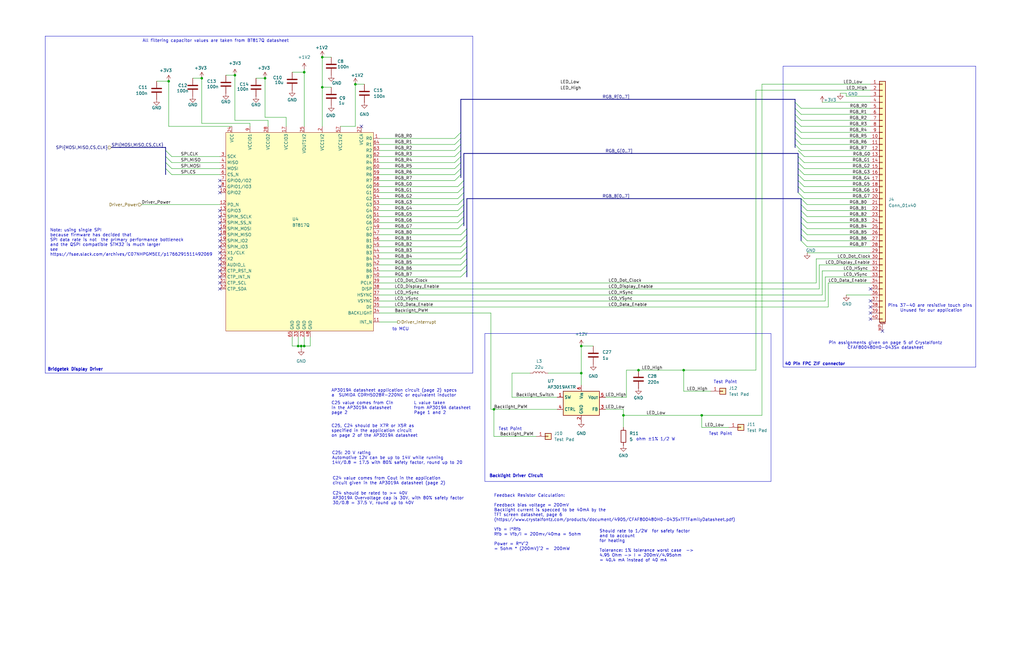
<source format=kicad_sch>
(kicad_sch (version 20250114) (generator "eeschema") (generator_version "9.0")
  (paper "B")
  (title_block (title "Steering Wheel Board") (date "2026-01-22") (rev "1.0") (company "Formula Slug") (comment 1 "Nova Mondal") (comment 2 "Jesse Osteen, Brian Acosta") (comment 6 "Display Interface"))
  (lib_symbols
    (symbol "Connector_Generic:Conn_01x01" (pin_names (offset 1.016) (hide yes))
      (property "Reference" "J" (at 0 2.54 0))
      (property "Value" "Conn_01x01" (at 0 -2.54 0))
      (symbol "Conn_01x01_1_1"
        (rectangle (start -1.27 1.27) (end 1.27 -1.27) (stroke (width 0.254)) (fill (type background)))
        (rectangle (start -1.27 0.127) (end 0 -0.127) (stroke (width 0.1524)))
        (pin passive line (at -5.08 0 0) (length 3.81) (name "Pin_1") (number "1"))
      )
    )
    (symbol "Connector_Generic_MountingPin:Conn_01x40_MountingPin" (pin_names (offset 1.016) (hide yes))
      (property "Reference" "J" (at 0 50.8 0))
      (property "Value" "Conn_01x40_MountingPin" (at 1.27 -53.34 0))
      (symbol "Conn_01x40_MountingPin_1_1"
        (rectangle (start -1.27 49.53) (end 1.27 -52.07) (stroke (width 0.254)) (fill (type background)))
        (rectangle (start -1.27 48.387) (end 0 48.133) (stroke (width 0.1524)))
        (rectangle (start -1.27 45.847) (end 0 45.593) (stroke (width 0.1524)))
        (rectangle (start -1.27 43.307) (end 0 43.053) (stroke (width 0.1524)))
        (rectangle (start -1.27 40.767) (end 0 40.513) (stroke (width 0.1524)))
        (rectangle (start -1.27 38.227) (end 0 37.973) (stroke (width 0.1524)))
        (rectangle (start -1.27 35.687) (end 0 35.433) (stroke (width 0.1524)))
        (rectangle (start -1.27 33.147) (end 0 32.893) (stroke (width 0.1524)))
        (rectangle (start -1.27 30.607) (end 0 30.353) (stroke (width 0.1524)))
        (rectangle (start -1.27 28.067) (end 0 27.813) (stroke (width 0.1524)))
        (rectangle (start -1.27 25.527) (end 0 25.273) (stroke (width 0.1524)))
        (rectangle (start -1.27 22.987) (end 0 22.733) (stroke (width 0.1524)))
        (rectangle (start -1.27 20.447) (end 0 20.193) (stroke (width 0.1524)))
        (rectangle (start -1.27 17.907) (end 0 17.653) (stroke (width 0.1524)))
        (rectangle (start -1.27 15.367) (end 0 15.113) (stroke (width 0.1524)))
        (rectangle (start -1.27 12.827) (end 0 12.573) (stroke (width 0.1524)))
        (rectangle (start -1.27 10.287) (end 0 10.033) (stroke (width 0.1524)))
        (rectangle (start -1.27 7.747) (end 0 7.493) (stroke (width 0.1524)))
        (rectangle (start -1.27 5.207) (end 0 4.953) (stroke (width 0.1524)))
        (rectangle (start -1.27 2.667) (end 0 2.413) (stroke (width 0.1524)))
        (rectangle (start -1.27 0.127) (end 0 -0.127) (stroke (width 0.1524)))
        (rectangle (start -1.27 -2.413) (end 0 -2.667) (stroke (width 0.1524)))
        (rectangle (start -1.27 -4.953) (end 0 -5.207) (stroke (width 0.1524)))
        (rectangle (start -1.27 -7.493) (end 0 -7.747) (stroke (width 0.1524)))
        (rectangle (start -1.27 -10.033) (end 0 -10.287) (stroke (width 0.1524)))
        (rectangle (start -1.27 -12.573) (end 0 -12.827) (stroke (width 0.1524)))
        (rectangle (start -1.27 -15.113) (end 0 -15.367) (stroke (width 0.1524)))
        (rectangle (start -1.27 -17.653) (end 0 -17.907) (stroke (width 0.1524)))
        (rectangle (start -1.27 -20.193) (end 0 -20.447) (stroke (width 0.1524)))
        (rectangle (start -1.27 -22.733) (end 0 -22.987) (stroke (width 0.1524)))
        (rectangle (start -1.27 -25.273) (end 0 -25.527) (stroke (width 0.1524)))
        (rectangle (start -1.27 -27.813) (end 0 -28.067) (stroke (width 0.1524)))
        (rectangle (start -1.27 -30.353) (end 0 -30.607) (stroke (width 0.1524)))
        (rectangle (start -1.27 -32.893) (end 0 -33.147) (stroke (width 0.1524)))
        (rectangle (start -1.27 -35.433) (end 0 -35.687) (stroke (width 0.1524)))
        (rectangle (start -1.27 -37.973) (end 0 -38.227) (stroke (width 0.1524)))
        (rectangle (start -1.27 -40.513) (end 0 -40.767) (stroke (width 0.1524)))
        (rectangle (start -1.27 -43.053) (end 0 -43.307) (stroke (width 0.1524)))
        (rectangle (start -1.27 -45.593) (end 0 -45.847) (stroke (width 0.1524)))
        (rectangle (start -1.27 -48.133) (end 0 -48.387) (stroke (width 0.1524)))
        (rectangle (start -1.27 -50.673) (end 0 -50.927) (stroke (width 0.1524)))
        (polyline (pts (xy -1.016 -52.832) (xy 1.016 -52.832)) (stroke (width 0.1524)))
        (text "Mounting" (at 0 -52.451 0) (effects (font (size 0.381 0.381))))
        (pin passive line (at -5.08 48.26 0) (length 3.81) (name "Pin_1") (number "1"))
        (pin passive line (at -5.08 45.72 0) (length 3.81) (name "Pin_2") (number "2"))
        (pin passive line (at -5.08 43.18 0) (length 3.81) (name "Pin_3") (number "3"))
        (pin passive line (at -5.08 40.64 0) (length 3.81) (name "Pin_4") (number "4"))
        (pin passive line (at -5.08 38.1 0) (length 3.81) (name "Pin_5") (number "5"))
        (pin passive line (at -5.08 35.56 0) (length 3.81) (name "Pin_6") (number "6"))
        (pin passive line (at -5.08 33.02 0) (length 3.81) (name "Pin_7") (number "7"))
        (pin passive line (at -5.08 30.48 0) (length 3.81) (name "Pin_8") (number "8"))
        (pin passive line (at -5.08 27.94 0) (length 3.81) (name "Pin_9") (number "9"))
        (pin passive line (at -5.08 25.4 0) (length 3.81) (name "Pin_10") (number "10"))
        (pin passive line (at -5.08 22.86 0) (length 3.81) (name "Pin_11") (number "11"))
        (pin passive line (at -5.08 20.32 0) (length 3.81) (name "Pin_12") (number "12"))
        (pin passive line (at -5.08 17.78 0) (length 3.81) (name "Pin_13") (number "13"))
        (pin passive line (at -5.08 15.24 0) (length 3.81) (name "Pin_14") (number "14"))
        (pin passive line (at -5.08 12.7 0) (length 3.81) (name "Pin_15") (number "15"))
        (pin passive line (at -5.08 10.16 0) (length 3.81) (name "Pin_16") (number "16"))
        (pin passive line (at -5.08 7.62 0) (length 3.81) (name "Pin_17") (number "17"))
        (pin passive line (at -5.08 5.08 0) (length 3.81) (name "Pin_18") (number "18"))
        (pin passive line (at -5.08 2.54 0) (length 3.81) (name "Pin_19") (number "19"))
        (pin passive line (at -5.08 0 0) (length 3.81) (name "Pin_20") (number "20"))
        (pin passive line (at -5.08 -2.54 0) (length 3.81) (name "Pin_21") (number "21"))
        (pin passive line (at -5.08 -5.08 0) (length 3.81) (name "Pin_22") (number "22"))
        (pin passive line (at -5.08 -7.62 0) (length 3.81) (name "Pin_23") (number "23"))
        (pin passive line (at -5.08 -10.16 0) (length 3.81) (name "Pin_24") (number "24"))
        (pin passive line (at -5.08 -12.7 0) (length 3.81) (name "Pin_25") (number "25"))
        (pin passive line (at -5.08 -15.24 0) (length 3.81) (name "Pin_26") (number "26"))
        (pin passive line (at -5.08 -17.78 0) (length 3.81) (name "Pin_27") (number "27"))
        (pin passive line (at -5.08 -20.32 0) (length 3.81) (name "Pin_28") (number "28"))
        (pin passive line (at -5.08 -22.86 0) (length 3.81) (name "Pin_29") (number "29"))
        (pin passive line (at -5.08 -25.4 0) (length 3.81) (name "Pin_30") (number "30"))
        (pin passive line (at -5.08 -27.94 0) (length 3.81) (name "Pin_31") (number "31"))
        (pin passive line (at -5.08 -30.48 0) (length 3.81) (name "Pin_32") (number "32"))
        (pin passive line (at -5.08 -33.02 0) (length 3.81) (name "Pin_33") (number "33"))
        (pin passive line (at -5.08 -35.56 0) (length 3.81) (name "Pin_34") (number "34"))
        (pin passive line (at -5.08 -38.1 0) (length 3.81) (name "Pin_35") (number "35"))
        (pin passive line (at -5.08 -40.64 0) (length 3.81) (name "Pin_36") (number "36"))
        (pin passive line (at -5.08 -43.18 0) (length 3.81) (name "Pin_37") (number "37"))
        (pin passive line (at -5.08 -45.72 0) (length 3.81) (name "Pin_38") (number "38"))
        (pin passive line (at -5.08 -48.26 0) (length 3.81) (name "Pin_39") (number "39"))
        (pin passive line (at -5.08 -50.8 0) (length 3.81) (name "Pin_40") (number "40"))
        (pin passive line (at 0 -55.88 90) (length 3.048) (name "MountPin") (number "MP"))
      )
    )
    (symbol "Device:C" (pin_numbers (hide yes)) (pin_names (offset 0.254))
      (property "Reference" "C" (at 0.635 2.54 0))
      (property "Value" "C" (at 0.635 -2.54 0))
      (symbol "C_0_1"
        (polyline (pts (xy -2.032 0.762) (xy 2.032 0.762)) (stroke (width 0.508)))
        (polyline (pts (xy -2.032 -0.762) (xy 2.032 -0.762)) (stroke (width 0.508)))
      )
      (symbol "C_1_1"
        (pin passive line (at 0 3.81 270) (length 2.794) (name "~") (number "1"))
        (pin passive line (at 0 -3.81 90) (length 2.794) (name "~") (number "2"))
      )
    )
    (symbol "Device:L" (pin_numbers (hide yes)) (pin_names (offset 1.016) (hide yes))
      (property "Reference" "L" (at -1.27 0 90))
      (property "Value" "L" (at 1.905 0 90))
      (symbol "L_0_1"
        (arc (start 0 2.54) (mid 0.6323 1.905) (end 0 1.27))
        (arc (start 0 1.27) (mid 0.6323 0.635) (end 0 0))
        (arc (start 0 0) (mid 0.6323 -0.635) (end 0 -1.27))
        (arc (start 0 -1.27) (mid 0.6323 -1.905) (end 0 -2.54))
      )
      (symbol "L_1_1"
        (pin passive line (at 0 3.81 270) (length 1.27) (name "1") (number "1"))
        (pin passive line (at 0 -3.81 90) (length 1.27) (name "2") (number "2"))
      )
    )
    (symbol "Device:R" (pin_numbers (hide yes)) (pin_names (offset 0))
      (property "Reference" "R" (at 2.032 0 90))
      (property "Value" "R" (at 0 0 90))
      (symbol "R_0_1"
        (rectangle (start -1.016 -2.54) (end 1.016 2.54) (stroke (width 0.254)))
      )
      (symbol "R_1_1"
        (pin passive line (at 0 3.81 270) (length 1.27) (name "~") (number "1"))
        (pin passive line (at 0 -3.81 90) (length 1.27) (name "~") (number "2"))
      )
    )
    (symbol "Driver_LED:AP3019AKTR"
      (property "Reference" "U" (at -7.62 6.35 0))
      (property "Value" "AP3019AKTR" (at 1.27 6.35 0))
      (symbol "AP3019AKTR_0_1"
        (rectangle (start -7.62 5.08) (end 7.62 -5.08) (stroke (width 0.254)) (fill (type background)))
      )
      (symbol "AP3019AKTR_1_1"
        (pin input line (at -10.16 2.54 0) (length 2.54) (name "SW") (number "1"))
        (pin input line (at -10.16 -2.54 0) (length 2.54) (name "CTRL") (number "4"))
        (pin power_in line (at 0 7.62 270) (length 2.54) (name "V_{IN}") (number "6"))
        (pin power_in line (at 0 -7.62 90) (length 2.54) (name "GND") (number "2"))
        (pin power_out line (at 10.16 2.54 180) (length 2.54) (name "V_{OUT}") (number "5"))
        (pin input line (at 10.16 -2.54 180) (length 2.54) (name "FB") (number "3"))
      )
    )
    (symbol "FS_4_Global_Symbol_Library:BT817Q"
      (property "Reference" "U" (at 7.366 3.048 0))
      (symbol "BT817Q_1_1"
        (rectangle (start 0 0) (end 62.23 -83.82) (fill (type background)))
        (pin input line (at -2.54 -10.16 0) (length 2.54) (name "SCK") (number "3"))
        (pin input line (at -2.54 -12.7 0) (length 2.54) (name "MISO") (number "4"))
        (pin input line (at -2.54 -15.24 0) (length 2.54) (name "MOSI") (number "5"))
        (pin input line (at -2.54 -17.78 0) (length 2.54) (name "CS_N") (number "6"))
        (pin input line (at -2.54 -20.32 0) (length 2.54) (name "GPIO0/IO2") (number "7"))
        (pin input line (at -2.54 -22.86 0) (length 2.54) (name "GPIO1/IO3") (number "8"))
        (pin input line (at -2.54 -25.4 0) (length 2.54) (name "GPIO2") (number "10"))
        (pin input line (at -2.54 -30.48 0) (length 2.54) (name "PD_N") (number "12"))
        (pin input line (at -2.54 -33.02 0) (length 2.54) (name "GPIO3") (number "13"))
        (pin input line (at -2.54 -35.56 0) (length 2.54) (name "SPIM_SCLK") (number "14"))
        (pin input line (at -2.54 -38.1 0) (length 2.54) (name "SPIM_SS_N") (number "15"))
        (pin input line (at -2.54 -40.64 0) (length 2.54) (name "SPIM_MOSI") (number "16"))
        (pin input line (at -2.54 -43.18 0) (length 2.54) (name "SPIM_MISO") (number "18"))
        (pin input line (at -2.54 -45.72 0) (length 2.54) (name "SPIM_IO2") (number "19"))
        (pin input line (at -2.54 -48.26 0) (length 2.54) (name "SPIM_IO3") (number "20"))
        (pin input line (at -2.54 -50.8 0) (length 2.54) (name "X1/CLK") (number "21"))
        (pin input line (at -2.54 -53.34 0) (length 2.54) (name "X2") (number "22"))
        (pin input line (at -2.54 -55.88 0) (length 2.54) (name "AUDIO_L") (number "26"))
        (pin input line (at -2.54 -58.42 0) (length 2.54) (name "CTP_RST_N") (number "29"))
        (pin input line (at -2.54 -60.96 0) (length 2.54) (name "CTP_INT_N") (number "30"))
        (pin input line (at -2.54 -63.5 0) (length 2.54) (name "CTP_SCL") (number "31"))
        (pin input line (at -2.54 -66.04 0) (length 2.54) (name "CTP_SDA") (number "32"))
        (pin power_in line (at 2.54 2.54 270) (length 2.54) (name "VCC") (number "24"))
        (pin power_in line (at 10.16 2.54 270) (length 2.54) (name "VCCIO1") (number "9"))
        (pin power_in line (at 17.78 2.54 270) (length 2.54) (name "VCCIO2") (number "28"))
        (pin power_in line (at 25.4 2.54 270) (length 2.54) (name "VCCIO3") (number "17"))
        (pin power_in line (at 27.94 -86.36 90) (length 2.54) (name "GND") (number "65"))
        (pin power_in line (at 30.48 -86.36 90) (length 2.54) (name "GND") (number "33"))
        (pin power_out line (at 33.02 2.54 270) (length 2.54) (name "VOUT1V2") (number "25"))
        (pin power_in line (at 33.02 -86.36 90) (length 2.54) (name "GND") (number "23"))
        (pin power_in line (at 35.56 -86.36 90) (length 2.54) (name "GND") (number "48"))
        (pin power_in line (at 40.64 2.54 270) (length 2.54) (name "VCC1V2") (number "2"))
        (pin power_in line (at 48.26 2.54 270) (length 2.54) (name "VCC1V2") (number "57"))
        (pin power_in line (at 57.15 2.54 270) (length 2.54) (name "VCCA") (number "27"))
        (pin output line (at 64.77 -2.54 180) (length 2.54) (name "R0") (number "1"))
        (pin output line (at 64.77 -5.08 180) (length 2.54) (name "R1") (number "64"))
        (pin output line (at 64.77 -7.62 180) (length 2.54) (name "R2") (number "63"))
        (pin output line (at 64.77 -10.16 180) (length 2.54) (name "R3") (number "62"))
        (pin output line (at 64.77 -12.7 180) (length 2.54) (name "R4") (number "61"))
        (pin output line (at 64.77 -15.24 180) (length 2.54) (name "R5") (number "60"))
        (pin output line (at 64.77 -17.78 180) (length 2.54) (name "R6") (number "59"))
        (pin output line (at 64.77 -20.32 180) (length 2.54) (name "R7") (number "58"))
        (pin output line (at 64.77 -22.86 180) (length 2.54) (name "G0") (number "56"))
        (pin output line (at 64.77 -25.4 180) (length 2.54) (name "G1") (number "55"))
        (pin output line (at 64.77 -27.94 180) (length 2.54) (name "G2") (number "54"))
        (pin output line (at 64.77 -30.48 180) (length 2.54) (name "G3") (number "53"))
        (pin output line (at 64.77 -33.02 180) (length 2.54) (name "G4") (number "52"))
        (pin output line (at 64.77 -35.56 180) (length 2.54) (name "G5") (number "51"))
        (pin output line (at 64.77 -38.1 180) (length 2.54) (name "G6") (number "50"))
        (pin output line (at 64.77 -40.64 180) (length 2.54) (name "G7") (number "49"))
        (pin output line (at 64.77 -43.18 180) (length 2.54) (name "B0") (number "47"))
        (pin output line (at 64.77 -45.72 180) (length 2.54) (name "B1") (number "46"))
        (pin output line (at 64.77 -48.26 180) (length 2.54) (name "B2") (number "45"))
        (pin output line (at 64.77 -50.8 180) (length 2.54) (name "B3") (number "44"))
        (pin output line (at 64.77 -53.34 180) (length 2.54) (name "B4") (number "43"))
        (pin output line (at 64.77 -55.88 180) (length 2.54) (name "B5") (number "42"))
        (pin output line (at 64.77 -58.42 180) (length 2.54) (name "B6") (number "41"))
        (pin output line (at 64.77 -60.96 180) (length 2.54) (name "B7") (number "40"))
        (pin output line (at 64.77 -63.5 180) (length 2.54) (name "PCLK") (number "39"))
        (pin output line (at 64.77 -66.04 180) (length 2.54) (name "DISP") (number "38"))
        (pin output line (at 64.77 -68.58 180) (length 2.54) (name "HSYNC") (number "37"))
        (pin output line (at 64.77 -71.12 180) (length 2.54) (name "VSYNC") (number "36"))
        (pin output line (at 64.77 -73.66 180) (length 2.54) (name "DE") (number "35"))
        (pin output line (at 64.77 -76.2 180) (length 2.54) (name "BACKLIGHT") (number "34"))
        (pin output line (at 64.77 -80.01 180) (length 2.54) (name "INT_N") (number "11"))
      )
    )
    (symbol "power:+12V" (power) (pin_numbers (hide yes)) (pin_names (offset 0) (hide yes))
      (property "Value" "+12V" (at 0 3.556 0))
      (symbol "+12V_0_1"
        (polyline (pts (xy -0.762 1.27) (xy 0 2.54)))
        (polyline (pts (xy 0 2.54) (xy 0.762 1.27)))
        (polyline (pts (xy 0 0) (xy 0 2.54)))
      )
      (symbol "+12V_1_1"
        (pin power_in line (at 0 0 90) (length 0) (name "~") (number "1"))
      )
    )
    (symbol "power:+1V2" (power) (pin_numbers (hide yes)) (pin_names (offset 0) (hide yes))
      (property "Value" "+1V2" (at 0 3.556 0))
      (symbol "+1V2_0_1"
        (polyline (pts (xy -0.762 1.27) (xy 0 2.54)))
        (polyline (pts (xy 0 2.54) (xy 0.762 1.27)))
        (polyline (pts (xy 0 0) (xy 0 2.54)))
      )
      (symbol "+1V2_1_1"
        (pin power_in line (at 0 0 90) (length 0) (name "~") (number "1"))
      )
    )
    (symbol "power:+3V3" (power) (pin_numbers (hide yes)) (pin_names (offset 0) (hide yes))
      (property "Value" "+3V3" (at 0 3.556 0))
      (symbol "+3V3_0_1"
        (polyline (pts (xy -0.762 1.27) (xy 0 2.54)))
        (polyline (pts (xy 0 2.54) (xy 0.762 1.27)))
        (polyline (pts (xy 0 0) (xy 0 2.54)))
      )
      (symbol "+3V3_1_1"
        (pin power_in line (at 0 0 90) (length 0) (name "~") (number "1"))
      )
    )
    (symbol "power:GND" (power) (pin_numbers (hide yes)) (pin_names (offset 0) (hide yes))
      (property "Value" "GND" (at 0 -3.81 0))
      (symbol "GND_0_1"
        (polyline (pts (xy 0 0) (xy 0 -1.27) (xy 1.27 -1.27) (xy 0 -2.54) (xy -1.27 -1.27) (xy 0 -1.27)))
      )
      (symbol "GND_1_1"
        (pin power_in line (at 0 0 270) (length 0) (name "~") (number "1"))
      )
    )
  )
  (rectangle (start 19.05 15.24) (end 199.39 157.48))
  (rectangle (start 330.2 27.94) (end 411.48 154.94))
  (rectangle (start 204.47 140.716) (end 325.12 203.2))
  (text "All filtering capacitor values are taken from BT817Q datasheet" (at 90.932 17.272 0) (effects (font (size 1.27 1.27))))
  (text "ohm ±1% 1/2 W" (at 268.224 185.42 0) (effects (font (size 1.27 1.27)) (justify left)))
  (text "C25 value comes from Cin\nin the AP3019A datasheet\npage 2" (at 139.7 172.212 0) (effects (font (size 1.27 1.27)) (justify left)))
  (text "C25, C24 should be X7R or X5R as\nspecified in the application circuit\non page 2 of the AP3019A datasheet\n" (at 139.7 181.864 0) (effects (font (size 1.27 1.27)) (justify left)))
  (text "Test Point\n" (at 303.784 183.134 0) (effects (font (size 1.27 1.27) (thickness 0.1588))))
  (text "Pins 37-40 are resistive touch pins \nUnused for our application" (at 392.684 130.048 0) (effects (font (size 1.27 1.27))))
  (text "AP3019A datasheet application circuit (page 2) specs\na  SUMIDA CDRH5D28R-220NC or equivalent inductor" (at 139.7 165.862 0) (effects (font (size 1.27 1.27)) (justify left)))
  (text "C25: 20 V rating\nAutomotive 12V can be up to 14V while running \n14V/0.8 = 17.5 with 80% safety factor, round up to 20" (at 139.954 193.294 0) (effects (font (size 1.27 1.27)) (justify left)))
  (text "Bridgetek Display Driver" (at 31.75 155.956 0) (effects (font (size 1.27 1.27) (thickness 0.254) (bold yes))))
  (text "to MCU" (at 168.91 138.938 0) (effects (font (size 1.27 1.27) (thickness 0.1588))))
  (text "Backlight Driver Circuit" (at 217.678 200.914 0) (effects (font (size 1.27 1.27) (thickness 0.254) (bold yes))))
  (text "C24 should be rated to >= 40V\nAP3019A Overvoltage cap is 30V, with 80% safety factor \n30/0.8 = 37.5 V, round up to 40V" (at 140.208 210.312 0) (effects (font (size 1.27 1.27)) (justify left)))
  (text "Should rate to 1/2W  for safety factor \nand to account\nfor heating\n\nTolerance: 1% tolerance worst case  -> \n4.95 Ohm -> I = 200mV/4.95ohm \n= 40.4 mA instead of 40 mA" (at 252.73 230.378 0) (effects (font (size 1.27 1.27) (thickness 0.1588)) (justify left)))
  (text "Test Point\n" (at 305.816 161.29 0) (effects (font (size 1.27 1.27) (thickness 0.1588))))
  (text "Note: using single SPI\nbecause firmware has decided that \nSPI data rate is not  the primary performance bottleneck\nand the QSPI compatible STM32 is much larger\nsee \nhttps://fsae.slack.com/archives/C07NHPGM5EE/p1766291511492069 " (at 21.082 102.362 0) (effects (font (size 1.27 1.27)) (justify left)))
  (text "Feedback Resistor Calculation:\n\nFeedback bias voltage = 200mV\nBacklight current is specced to be 40mA by the \nTFT screen datasheet, page 6\n(https://www.crystalfontz.com/products/document/4905/CFAF800480H0-043SxTFTFamilyDatasheet.pdf)\n\nVfb = I*Rfb\nRfb = Vfb/I = 200mv/40ma = 5ohm\n\nPower = R*V^2\n= 5ohm * (200mV)^2 =  200mW\n\n" (at 208.28 221.488 0) (effects (font (size 1.27 1.27)) (justify left)))
  (text "Pin assignments given on page 5 of Crystalfontz\nCFAF800480H0-043Sx datasheet" (at 373.38 145.796 0) (effects (font (size 1.27 1.27))))
  (text "C24 value comes from Cout in the application \ncircuit given in the AP3019A datasheet (page 2)" (at 140.208 202.946 0) (effects (font (size 1.27 1.27)) (justify left)))
  (text "Test Point" (at 215.138 181.102 0) (effects (font (size 1.27 1.27))))
  (text "40 Pin FPC ZIF connector\n" (at 343.662 153.67 0) (effects (font (size 1.27 1.27) (thickness 0.254) (bold yes))))
  (text "L value taken \nfrom AP3019A datasheet\nPage 1 and 2" (at 174.498 172.212 0) (effects (font (size 1.27 1.27)) (justify left)))
  (junction (at 111.76 33.02))
  (junction (at 125.73 146.05))
  (junction (at 295.91 175.26))
  (junction (at 99.06 31.75))
  (junction (at 149.86 35.56))
  (junction (at 269.24 156.21))
  (junction (at 245.11 146.05))
  (junction (at 71.12 34.29))
  (junction (at 208.28 172.72))
  (junction (at 85.09 33.02))
  (junction (at 135.89 24.13))
  (junction (at 128.27 30.48))
  (junction (at 262.89 175.26))
  (junction (at 128.27 146.05))
  (junction (at 135.89 36.83))
  (junction (at 127 146.05))
  (junction (at 288.29 156.21))
  (junction (at 245.11 157.48))
  (no_connect (at 92.71 81.28))
  (no_connect (at 92.71 121.92))
  (no_connect (at 92.71 111.76))
  (no_connect (at 92.71 101.6))
  (no_connect (at 92.71 104.14))
  (no_connect (at 92.71 93.98))
  (no_connect (at 367.03 127))
  (no_connect (at 92.71 88.9))
  (no_connect (at 367.03 121.92))
  (no_connect (at 92.71 114.3))
  (no_connect (at 92.71 106.68))
  (no_connect (at 367.03 129.54))
  (no_connect (at 92.71 96.52))
  (no_connect (at 367.03 132.08))
  (no_connect (at 92.71 91.44))
  (no_connect (at 372.11 139.7))
  (no_connect (at 152.4 53.34))
  (no_connect (at 92.71 116.84))
  (no_connect (at 92.71 78.74))
  (no_connect (at 92.71 99.06))
  (no_connect (at 367.03 134.62))
  (no_connect (at 92.71 109.22))
  (no_connect (at 92.71 76.2))
  (no_connect (at 92.71 119.38))
  (bus_entry (at 195.58 88.9) (size -2.54 2.54))
  (bus_entry (at 336.55 78.74) (size 2.54 2.54))
  (bus_entry (at 335.28 60.96) (size 2.54 2.54))
  (bus_entry (at 194.31 66.04) (size -2.54 2.54))
  (bus_entry (at 336.55 63.5) (size 2.54 2.54))
  (bus_entry (at 337.82 86.36) (size 2.54 2.54))
  (bus_entry (at 195.58 78.74) (size -2.54 2.54))
  (bus_entry (at 335.28 45.72) (size 2.54 2.54))
  (bus_entry (at 196.85 101.6) (size -2.54 2.54))
  (bus_entry (at 337.82 88.9) (size 2.54 2.54))
  (bus_entry (at 196.85 111.76) (size -2.54 2.54))
  (bus_entry (at 336.55 71.12) (size 2.54 2.54))
  (bus_entry (at 196.85 109.22) (size -2.54 2.54))
  (bus_entry (at 196.85 99.06) (size -2.54 2.54))
  (bus_entry (at 194.31 63.5) (size -2.54 2.54))
  (bus_entry (at 69.85 71.12) (size 2.54 2.54))
  (bus_entry (at 335.28 53.34) (size 2.54 2.54))
  (bus_entry (at 336.55 76.2) (size 2.54 2.54))
  (bus_entry (at 336.55 81.28) (size 2.54 2.54))
  (bus_entry (at 69.85 66.04) (size 2.54 2.54))
  (bus_entry (at 195.58 76.2) (size -2.54 2.54))
  (bus_entry (at 196.85 114.3) (size -2.54 2.54))
  (bus_entry (at 335.28 55.88) (size 2.54 2.54))
  (bus_entry (at 335.28 50.8) (size 2.54 2.54))
  (bus_entry (at 337.82 93.98) (size 2.54 2.54))
  (bus_entry (at 337.82 101.6) (size 2.54 2.54))
  (bus_entry (at 194.31 60.96) (size -2.54 2.54))
  (bus_entry (at 336.55 66.04) (size 2.54 2.54))
  (bus_entry (at 336.55 68.58) (size 2.54 2.54))
  (bus_entry (at 335.28 58.42) (size 2.54 2.54))
  (bus_entry (at 69.85 63.5) (size 2.54 2.54))
  (bus_entry (at 69.85 68.58) (size 2.54 2.54))
  (bus_entry (at 337.82 99.06) (size 2.54 2.54))
  (bus_entry (at 335.28 43.18) (size 2.54 2.54))
  (bus_entry (at 195.58 81.28) (size -2.54 2.54))
  (bus_entry (at 194.31 58.42) (size -2.54 2.54))
  (bus_entry (at 337.82 91.44) (size 2.54 2.54))
  (bus_entry (at 196.85 106.68) (size -2.54 2.54))
  (bus_entry (at 337.82 96.52) (size 2.54 2.54))
  (bus_entry (at 194.31 71.12) (size -2.54 2.54))
  (bus_entry (at 335.28 48.26) (size 2.54 2.54))
  (bus_entry (at 194.31 55.88) (size -2.54 2.54))
  (bus_entry (at 194.31 73.66) (size -2.54 2.54))
  (bus_entry (at 337.82 83.82) (size 2.54 2.54))
  (bus_entry (at 196.85 104.14) (size -2.54 2.54))
  (bus_entry (at 195.58 83.82) (size -2.54 2.54))
  (bus_entry (at 195.58 91.44) (size -2.54 2.54))
  (bus_entry (at 196.85 96.52) (size -2.54 2.54))
  (bus_entry (at 195.58 93.98) (size -2.54 2.54))
  (bus_entry (at 336.55 73.66) (size 2.54 2.54))
  (bus_entry (at 195.58 86.36) (size -2.54 2.54))
  (bus_entry (at 194.31 68.58) (size -2.54 2.54))
  (wire (pts (xy 72.39 68.58) (xy 92.71 68.58)))
  (wire (pts (xy 354.33 39.37) (xy 356.87 39.37)))
  (bus (pts (xy 336.55 73.66) (xy 336.55 76.2)))
  (wire (pts (xy 135.89 36.83) (xy 135.89 53.34)))
  (wire (pts (xy 339.09 76.2) (xy 367.03 76.2)))
  (wire (pts (xy 340.36 96.52) (xy 367.03 96.52)))
  (wire (pts (xy 160.02 73.66) (xy 191.77 73.66)))
  (wire (pts (xy 340.36 93.98) (xy 367.03 93.98)))
  (wire (pts (xy 344.17 119.38) (xy 344.17 109.22)))
  (bus (pts (xy 336.55 78.74) (xy 336.55 81.28)))
  (wire (pts (xy 318.77 156.21) (xy 318.77 38.1)))
  (wire (pts (xy 66.04 34.29) (xy 71.12 34.29)))
  (bus (pts (xy 337.82 96.52) (xy 337.82 99.06)))
  (bus (pts (xy 69.85 71.12) (xy 69.85 73.66)))
  (wire (pts (xy 208.28 184.15) (xy 208.28 172.72)))
  (wire (pts (xy 340.36 91.44) (xy 367.03 91.44)))
  (bus (pts (xy 194.31 41.91) (xy 194.31 55.88)))
  (wire (pts (xy 346.71 43.18) (xy 367.03 43.18)))
  (wire (pts (xy 339.09 68.58) (xy 367.03 68.58)))
  (wire (pts (xy 264.16 156.21) (xy 264.16 167.64)))
  (bus (pts (xy 69.85 66.04) (xy 69.85 68.58)))
  (wire (pts (xy 128.27 146.05) (xy 128.27 142.24)))
  (wire (pts (xy 111.76 49.53) (xy 120.65 49.53)))
  (wire (pts (xy 215.9 167.64) (xy 234.95 167.64)))
  (wire (pts (xy 160.02 93.98) (xy 193.04 93.98)))
  (wire (pts (xy 149.86 35.56) (xy 153.67 35.56)))
  (wire (pts (xy 321.31 35.56) (xy 321.31 175.26)))
  (wire (pts (xy 349.25 119.38) (xy 367.03 119.38)))
  (wire (pts (xy 160.02 96.52) (xy 193.04 96.52)))
  (wire (pts (xy 160.02 60.96) (xy 191.77 60.96)))
  (wire (pts (xy 123.19 30.48) (xy 128.27 30.48)))
  (wire (pts (xy 215.9 157.48) (xy 215.9 167.64)))
  (wire (pts (xy 318.77 38.1) (xy 367.03 38.1)))
  (bus (pts (xy 335.28 55.88) (xy 335.28 58.42)))
  (wire (pts (xy 337.82 53.34) (xy 367.03 53.34)))
  (wire (pts (xy 123.19 146.05) (xy 125.73 146.05)))
  (wire (pts (xy 135.89 24.13) (xy 139.7 24.13)))
  (bus (pts (xy 335.28 60.96) (xy 335.28 58.42)))
  (bus (pts (xy 335.28 41.91) (xy 335.28 43.18)))
  (wire (pts (xy 340.36 86.36) (xy 367.03 86.36)))
  (bus (pts (xy 335.28 62.23) (xy 335.28 60.96)))
  (bus (pts (xy 335.28 43.18) (xy 335.28 45.72)))
  (wire (pts (xy 160.02 124.46) (xy 346.71 124.46)))
  (wire (pts (xy 356.87 39.37) (xy 356.87 40.64)))
  (wire (pts (xy 160.02 86.36) (xy 193.04 86.36)))
  (bus (pts (xy 194.31 63.5) (xy 194.31 66.04)))
  (wire (pts (xy 340.36 101.6) (xy 367.03 101.6)))
  (wire (pts (xy 160.02 127) (xy 347.98 127)))
  (wire (pts (xy 255.27 172.72) (xy 262.89 172.72)))
  (wire (pts (xy 269.24 156.21) (xy 288.29 156.21)))
  (wire (pts (xy 149.86 53.34) (xy 143.51 53.34)))
  (bus (pts (xy 196.85 83.82) (xy 337.82 83.82)))
  (bus (pts (xy 337.82 83.82) (xy 337.82 86.36)))
  (wire (pts (xy 337.82 45.72) (xy 367.03 45.72)))
  (bus (pts (xy 195.58 64.77) (xy 336.55 64.77)))
  (wire (pts (xy 208.28 184.15) (xy 226.06 184.15)))
  (bus (pts (xy 69.85 63.5) (xy 69.85 66.04)))
  (bus (pts (xy 194.31 68.58) (xy 194.31 71.12)))
  (bus (pts (xy 336.55 64.77) (xy 336.55 66.04)))
  (wire (pts (xy 337.82 63.5) (xy 367.03 63.5)))
  (wire (pts (xy 264.16 156.21) (xy 269.24 156.21)))
  (bus (pts (xy 195.58 83.82) (xy 195.58 81.28)))
  (wire (pts (xy 160.02 121.92) (xy 345.44 121.92)))
  (wire (pts (xy 85.09 52.07) (xy 105.41 52.07)))
  (bus (pts (xy 69.85 68.58) (xy 69.85 71.12)))
  (wire (pts (xy 160.02 81.28) (xy 193.04 81.28)))
  (wire (pts (xy 347.98 116.84) (xy 367.03 116.84)))
  (bus (pts (xy 195.58 95.25) (xy 195.58 93.98)))
  (wire (pts (xy 160.02 109.22) (xy 194.31 109.22)))
  (wire (pts (xy 349.25 129.54) (xy 349.25 119.38)))
  (wire (pts (xy 207.01 172.72) (xy 208.28 172.72)))
  (wire (pts (xy 347.98 127) (xy 347.98 116.84)))
  (wire (pts (xy 128.27 29.21) (xy 128.27 30.48)))
  (wire (pts (xy 337.82 50.8) (xy 367.03 50.8)))
  (wire (pts (xy 344.17 109.22) (xy 367.03 109.22)))
  (wire (pts (xy 340.36 88.9) (xy 367.03 88.9)))
  (bus (pts (xy 196.85 106.68) (xy 196.85 104.14)))
  (wire (pts (xy 128.27 146.05) (xy 130.81 146.05)))
  (wire (pts (xy 99.06 50.8) (xy 113.03 50.8)))
  (bus (pts (xy 337.82 91.44) (xy 337.82 93.98)))
  (wire (pts (xy 99.06 50.8) (xy 99.06 31.75)))
  (bus (pts (xy 337.82 99.06) (xy 337.82 101.6)))
  (wire (pts (xy 72.39 71.12) (xy 92.71 71.12)))
  (wire (pts (xy 123.19 146.05) (xy 123.19 142.24)))
  (wire (pts (xy 346.71 114.3) (xy 367.03 114.3)))
  (bus (pts (xy 195.58 88.9) (xy 195.58 86.36)))
  (wire (pts (xy 105.41 52.07) (xy 105.41 53.34)))
  (wire (pts (xy 346.71 124.46) (xy 346.71 114.3)))
  (wire (pts (xy 160.02 132.08) (xy 207.01 132.08)))
  (bus (pts (xy 195.58 93.98) (xy 195.58 91.44)))
  (wire (pts (xy 337.82 55.88) (xy 367.03 55.88)))
  (wire (pts (xy 345.44 121.92) (xy 345.44 111.76)))
  (bus (pts (xy 196.85 96.52) (xy 196.85 83.82)))
  (wire (pts (xy 160.02 101.6) (xy 194.31 101.6)))
  (bus (pts (xy 194.31 60.96) (xy 194.31 63.5)))
  (wire (pts (xy 160.02 111.76) (xy 194.31 111.76)))
  (wire (pts (xy 81.28 33.02) (xy 85.09 33.02)))
  (wire (pts (xy 208.28 172.72) (xy 234.95 172.72)))
  (wire (pts (xy 107.95 33.02) (xy 111.76 33.02)))
  (wire (pts (xy 337.82 48.26) (xy 367.03 48.26)))
  (wire (pts (xy 337.82 58.42) (xy 367.03 58.42)))
  (bus (pts (xy 336.55 66.04) (xy 336.55 68.58)))
  (wire (pts (xy 135.89 24.13) (xy 135.89 36.83)))
  (bus (pts (xy 194.31 55.88) (xy 194.31 58.42)))
  (wire (pts (xy 130.81 146.05) (xy 130.81 142.24)))
  (bus (pts (xy 196.85 109.22) (xy 196.85 106.68)))
  (bus (pts (xy 336.55 68.58) (xy 336.55 71.12)))
  (wire (pts (xy 149.86 35.56) (xy 149.86 53.34)))
  (bus (pts (xy 69.85 62.23) (xy 69.85 63.5)))
  (wire (pts (xy 160.02 104.14) (xy 194.31 104.14)))
  (wire (pts (xy 120.65 49.53) (xy 120.65 53.34)))
  (wire (pts (xy 95.25 31.75) (xy 99.06 31.75)))
  (wire (pts (xy 262.89 175.26) (xy 295.91 175.26)))
  (wire (pts (xy 160.02 58.42) (xy 191.77 58.42)))
  (wire (pts (xy 264.16 167.64) (xy 255.27 167.64)))
  (bus (pts (xy 196.85 101.6) (xy 196.85 99.06)))
  (bus (pts (xy 195.58 81.28) (xy 195.58 78.74)))
  (wire (pts (xy 245.11 157.48) (xy 245.11 162.56)))
  (bus (pts (xy 335.28 53.34) (xy 335.28 55.88)))
  (bus (pts (xy 194.31 66.04) (xy 194.31 68.58)))
  (wire (pts (xy 160.02 78.74) (xy 193.04 78.74)))
  (wire (pts (xy 340.36 104.14) (xy 367.03 104.14)))
  (wire (pts (xy 125.73 146.05) (xy 127 146.05)))
  (wire (pts (xy 339.09 66.04) (xy 367.03 66.04)))
  (bus (pts (xy 196.85 116.84) (xy 196.85 114.3)))
  (wire (pts (xy 340.36 106.68) (xy 367.03 106.68)))
  (wire (pts (xy 321.31 35.56) (xy 367.03 35.56)))
  (wire (pts (xy 339.09 73.66) (xy 367.03 73.66)))
  (wire (pts (xy 339.09 78.74) (xy 367.03 78.74)))
  (wire (pts (xy 71.12 53.34) (xy 97.79 53.34)))
  (wire (pts (xy 160.02 71.12) (xy 191.77 71.12)))
  (wire (pts (xy 356.87 124.46) (xy 367.03 124.46)))
  (wire (pts (xy 245.11 146.05) (xy 250.19 146.05)))
  (wire (pts (xy 340.36 99.06) (xy 367.03 99.06)))
  (wire (pts (xy 262.89 172.72) (xy 262.89 175.26)))
  (wire (pts (xy 111.76 33.02) (xy 111.76 49.53)))
  (wire (pts (xy 128.27 30.48) (xy 128.27 53.34)))
  (bus (pts (xy 194.31 73.66) (xy 194.31 74.93)))
  (bus (pts (xy 195.58 64.77) (xy 195.58 76.2)))
  (wire (pts (xy 160.02 83.82) (xy 193.04 83.82)))
  (wire (pts (xy 356.87 40.64) (xy 367.03 40.64)))
  (wire (pts (xy 72.39 66.04) (xy 92.71 66.04)))
  (wire (pts (xy 339.09 71.12) (xy 367.03 71.12)))
  (bus (pts (xy 195.58 91.44) (xy 195.58 88.9)))
  (bus (pts (xy 335.28 45.72) (xy 335.28 48.26)))
  (wire (pts (xy 339.09 81.28) (xy 367.03 81.28)))
  (bus (pts (xy 196.85 99.06) (xy 196.85 96.52)))
  (wire (pts (xy 160.02 119.38) (xy 344.17 119.38)))
  (wire (pts (xy 160.02 106.68) (xy 194.31 106.68)))
  (wire (pts (xy 160.02 99.06) (xy 194.31 99.06)))
  (bus (pts (xy 46.99 62.23) (xy 69.85 62.23)))
  (bus (pts (xy 336.55 76.2) (xy 336.55 78.74)))
  (bus (pts (xy 337.82 86.36) (xy 337.82 88.9)))
  (bus (pts (xy 195.58 78.74) (xy 195.58 76.2)))
  (wire (pts (xy 245.11 146.05) (xy 245.11 157.48)))
  (wire (pts (xy 337.82 60.96) (xy 367.03 60.96)))
  (bus (pts (xy 196.85 104.14) (xy 196.85 101.6)))
  (wire (pts (xy 160.02 76.2) (xy 191.77 76.2)))
  (wire (pts (xy 288.29 156.21) (xy 318.77 156.21)))
  (wire (pts (xy 127 147.32) (xy 127 146.05)))
  (wire (pts (xy 288.29 165.1) (xy 288.29 156.21)))
  (wire (pts (xy 160.02 68.58) (xy 191.77 68.58)))
  (wire (pts (xy 215.9 157.48) (xy 223.52 157.48)))
  (bus (pts (xy 195.58 86.36) (xy 195.58 83.82)))
  (wire (pts (xy 160.02 114.3) (xy 194.31 114.3)))
  (wire (pts (xy 160.02 91.44) (xy 193.04 91.44)))
  (wire (pts (xy 127 146.05) (xy 128.27 146.05)))
  (wire (pts (xy 345.44 111.76) (xy 367.03 111.76)))
  (bus (pts (xy 335.28 50.8) (xy 335.28 53.34)))
  (wire (pts (xy 125.73 146.05) (xy 125.73 142.24)))
  (wire (pts (xy 160.02 129.54) (xy 349.25 129.54)))
  (wire (pts (xy 160.02 135.89) (xy 167.64 135.89)))
  (wire (pts (xy 160.02 88.9) (xy 193.04 88.9)))
  (bus (pts (xy 336.55 71.12) (xy 336.55 73.66)))
  (wire (pts (xy 113.03 50.8) (xy 113.03 53.34)))
  (wire (pts (xy 71.12 34.29) (xy 71.12 53.34)))
  (wire (pts (xy 160.02 116.84) (xy 194.31 116.84)))
  (wire (pts (xy 262.89 175.26) (xy 262.89 180.34)))
  (bus (pts (xy 337.82 88.9) (xy 337.82 91.44)))
  (wire (pts (xy 85.09 33.02) (xy 85.09 52.07)))
  (wire (pts (xy 59.69 86.36) (xy 92.71 86.36)))
  (bus (pts (xy 335.28 48.26) (xy 335.28 50.8)))
  (bus (pts (xy 196.85 111.76) (xy 196.85 109.22)))
  (bus (pts (xy 337.82 93.98) (xy 337.82 96.52)))
  (wire (pts (xy 160.02 63.5) (xy 191.77 63.5)))
  (wire (pts (xy 288.29 165.1) (xy 299.72 165.1)))
  (bus (pts (xy 196.85 114.3) (xy 196.85 111.76)))
  (bus (pts (xy 194.31 71.12) (xy 194.31 73.66)))
  (wire (pts (xy 295.91 175.26) (xy 321.31 175.26)))
  (wire (pts (xy 295.91 180.34) (xy 307.34 180.34)))
  (wire (pts (xy 72.39 73.66) (xy 92.71 73.66)))
  (bus (pts (xy 194.31 58.42) (xy 194.31 60.96)))
  (bus (pts (xy 194.31 41.91) (xy 335.28 41.91)))
  (wire (pts (xy 135.89 36.83) (xy 139.7 36.83)))
  (wire (pts (xy 207.01 132.08) (xy 207.01 172.72)))
  (wire (pts (xy 160.02 66.04) (xy 191.77 66.04)))
  (wire (pts (xy 339.09 83.82) (xy 367.03 83.82)))
  (wire (pts (xy 295.91 180.34) (xy 295.91 175.26)))
  (wire (pts (xy 231.14 157.48) (xy 245.11 157.48)))
  (label "RGB_R2" (at 358.14 50.8 0))
  (label "RGB_G2" (at 359.41 71.12 0))
  (label "LED_Low" (at 280.67 175.26 180))
  (label "RGB_R6" (at 166.37 73.66 0))
  (label "RGB_B3" (at 358.14 93.98 0))
  (label "LED_High" (at 236.22 38.1 0) (effects (font (thickness 0.1588))))
  (label "SPI.MOSI" (at 76.2 71.12 0))
  (label "RGB_G3" (at 166.37 86.36 0))
  (label "RGB_B7" (at 358.14 104.14 0))
  (label "Backlight_PWM" (at 210.82 184.15 0))
  (label "RGB_R3" (at 358.14 53.34 0))
  (label "LCD_VSync" (at 166.37 127 0))
  (label "LED_Low" (at 236.22 35.56 0) (effects (font (thickness 0.1588))))
  (label "Backlight_PWM" (at 208.28 172.72 0))
  (label "RGB_B2" (at 166.37 104.14 0))
  (label "SPI.CS" (at 76.2 73.66 0))
  (label "RGB_R4" (at 358.14 55.88 0))
  (label "LCD_VSync" (at 256.54 127 0) (effects (font (thickness 0.1588))))
  (label "LCD_Data_Enable" (at 256.54 129.54 0) (effects (font (thickness 0.1588))))
  (label "RGB_B4" (at 358.14 96.52 0))
  (label "RGB_R7" (at 358.14 63.5 0))
  (label "RGB_B7" (at 166.37 116.84 0))
  (label "LED_Low" (at 255.27 172.72 0))
  (label "RGB_B6" (at 358.14 101.6 0))
  (label "RGB_B4" (at 166.37 109.22 0))
  (label "RGB_G6" (at 166.37 93.98 0))
  (label "LED_High" (at 255.27 167.64 0))
  (label "RGB_G7" (at 166.37 96.52 0))
  (label "RGB_G5" (at 359.41 78.74 0))
  (label "LCD_Dot_Clock" (at 353.06 109.22 0))
  (label "Backlight_Switch" (at 233.68 167.64 180))
  (label "LCD_HSync" (at 256.54 124.46 0) (effects (font (thickness 0.1588))))
  (label "SPI{MOSI,MISO,CS,CLK}" (at 46.99 62.23 0))
  (label "RGB_R3" (at 166.37 66.04 0))
  (label "RGB_G4" (at 359.41 76.2 0))
  (label "LCD_HSync" (at 355.6 114.3 0))
  (label "RGB_B2" (at 358.14 91.44 0))
  (label "RGB_R0" (at 365.76 45.72 180))
  (label "RGB_B0" (at 358.14 86.36 0))
  (label "RGB_G1" (at 166.37 81.28 0))
  (label "LCD_Display_Enable" (at 166.37 121.92 0))
  (label "RGB_B5" (at 166.37 111.76 0))
  (label "LCD_Display_Enable" (at 256.54 121.92 0) (effects (font (thickness 0.1588))))
  (label "RGB_G6" (at 359.41 81.28 0))
  (label "LED_Low" (at 355.6 35.56 0))
  (label "LCD_HSync" (at 166.37 124.46 0))
  (label "LCD_Data_Enable" (at 166.37 129.54 0))
  (label "LED_Low" (at 297.18 180.34 0))
  (label "RGB_G[0..7]" (at 255.27 64.77 0))
  (label "RGB_G0" (at 367.03 66.04 180))
  (label "RGB_R0" (at 166.37 58.42 0))
  (label "RGB_B3" (at 166.37 106.68 0))
  (label "RGB_G7" (at 359.41 83.82 0))
  (label "RGB_B6" (at 166.37 114.3 0))
  (label "LCD_Data_Enable" (at 349.25 119.38 0))
  (label "RGB_R[0..7]" (at 254 41.91 0))
  (label "RGB_B[0..7]" (at 254 83.82 0))
  (label "RGB_R5" (at 166.37 71.12 0))
  (label "RGB_B5" (at 358.14 99.06 0))
  (label "RGB_B0" (at 166.37 99.06 0))
  (label "RGB_R4" (at 166.37 68.58 0))
  (label "RGB_R6" (at 358.14 60.96 0))
  (label "RGB_G2" (at 166.37 83.82 0))
  (label "SPI.CLK" (at 76.2 66.04 0))
  (label "Backlight_PWM" (at 166.37 132.08 0))
  (label "RGB_G0" (at 166.37 78.74 0))
  (label "RGB_G4" (at 166.37 88.9 0))
  (label "RGB_G3" (at 359.41 73.66 0))
  (label "RGB_G1" (at 359.41 68.58 0))
  (label "RGB_G5" (at 166.37 91.44 0))
  (label "RGB_B1" (at 358.14 88.9 0))
  (label "LED_High" (at 279.4 156.21 180))
  (label "LED_High" (at 289.56 165.1 0))
  (label "RGB_R2" (at 166.37 63.5 0))
  (label "RGB_B1" (at 166.37 101.6 0))
  (label "LCD_VSync" (at 355.6 116.84 0))
  (label "RGB_R1" (at 166.37 60.96 0))
  (label "Driver_Power" (at 59.69 86.36 0))
  (label "LCD_Display_Enable" (at 347.98 111.76 0))
  (label "RGB_R5" (at 358.14 58.42 0))
  (label "RGB_R1" (at 358.14 48.26 0))
  (label "RGB_R7" (at 166.37 76.2 0))
  (label "LCD_Dot_Clock" (at 256.54 119.38 0))
  (label "LED_High" (at 356.87 38.1 0))
  (label "SPI.MISO" (at 76.2 68.58 0))
  (label "LCD_Dot_Clock" (at 166.37 119.38 0))
  (hierarchical_label "Driver_Power" (shape input) (at 59.69 86.36 180))
  (hierarchical_label "SPI{MOSI,MISO,CS,CLK}" (shape input) (at 46.99 62.23 180))
  (hierarchical_label "Driver_Interrupt" (shape output) (at 167.64 135.89 0))
  (symbol (lib_id "power:+1V2") (at 135.89 24.13 0) (mirror y) (unit 1)
    (property "Reference" "#PWR09" (effects (hide yes)))
    (property "Value" "+1V2" (at 135.636 20.066 0))
    (property "Description" "Power symbol creates a global label with name \"+1V2\"" (effects (hide yes)))
  )
  (symbol (lib_id "power:GND") (at 127 147.32 0) (unit 1)
    (property "Reference" "#PWR05" (effects (hide yes)))
    (property "Value" "GND" (at 127 152.4 0))
    (property "Description" "Power symbol creates a global label with name \"GND\" , ground" (effects (hide yes)))
  )
  (symbol (lib_id "power:GND") (at 356.87 124.46 0) (unit 1)
    (property "Reference" "#PWR025" (effects (hide yes)))
    (property "Value" "GND" (at 357.124 128.27 0))
    (property "Description" "Power symbol creates a global label with name \"GND\" , ground" (effects (hide yes)))
  )
  (symbol (lib_id "Connector_Generic:Conn_01x01") (at 231.14 184.15 0) (unit 1)
    (property "Reference" "J10" (at 233.68 182.8799 0) (effects (justify left)))
    (property "Value" "Test Pad" (at 233.68 185.4199 0) (effects (justify left)))
    (property "Footprint" "TestPoint:TestPoint_Plated_Hole_D2.0mm" (effects (hide yes)))
    (property "Description" "Generic connector, single row, 01x01, script generated (kicad-library-utils/schlib/autogen/connector/)" (effects (hide yes)))
  )
  (symbol (lib_id "power:+1V2") (at 128.27 29.21 0) (unit 1)
    (property "Reference" "#PWR012" (effects (hide yes)))
    (property "Value" "+1V2" (at 128.27 24.13 0))
    (property "Description" "Power symbol creates a global label with name \"+1V2\"" (effects (hide yes)))
  )
  (symbol (lib_id "power:GND") (at 139.7 44.45 0) (mirror y) (unit 1)
    (property "Reference" "#PWR010" (effects (hide yes)))
    (property "Value" "GND" (at 139.446 48.768 0))
    (property "Description" "Power symbol creates a global label with name \"GND\" , ground" (effects (hide yes)))
  )
  (symbol (lib_id "power:+1V2") (at 149.86 35.56 0) (unit 1)
    (property "Reference" "#PWR019" (effects (hide yes)))
    (property "Value" "+1V2" (at 150.622 31.75 0))
    (property "Description" "Power symbol creates a global label with name \"+1V2\"" (effects (hide yes)))
  )
  (symbol (lib_id "Device:C") (at 139.7 40.64 0) (mirror y) (unit 1)
    (property "Reference" "C9" (at 143.002 41.402 0) (effects (justify right)))
    (property "Value" "1u" (at 142.748 43.434 0) (effects (justify right)))
    (property "Description" "Unpolarized capacitor" (effects (hide yes)))
  )
  (symbol (lib_id "power:+3V3") (at 346.71 43.18 0) (unit 1)
    (property "Reference" "#PWR023" (effects (hide yes)))
    (property "Value" "+3V3" (at 350.012 42.164 0))
    (property "Description" "Power symbol creates a global label with name \"+3V3\"" (effects (hide yes)))
  )
  (symbol (lib_id "Device:C") (at 66.04 38.1 0) (unit 1)
    (property "Reference" "C11" (at 62.23 36.8299 0) (effects (justify right)))
    (property "Value" "100n" (at 62.23 39.3699 0) (effects (justify right)))
    (property "Description" "Unpolarized capacitor" (effects (hide yes)))
  )
  (symbol (lib_id "Device:L") (at 227.33 157.48 90) (unit 1)
    (property "Reference" "L3" (at 227.33 152.4 90))
    (property "Value" "22u" (at 227.33 154.94 90))
    (property "Footprint" "FS_4_Footprint_Library:CDRH5D28NP-220NC" (effects (hide yes)))
    (property "Datasheet" "https://products.sumida.com/products/pdf/CDRH5D28.pdf" (effects (hide yes)))
    (property "Description" "Inductor" (effects (hide yes)))
    (property "Digikey Part Number" "308-2307-1-ND" (effects (hide yes)))
    (property "Name" "Sumida CDRH5D28NP-220NC" (effects (hide yes)))
    (property "Digikey Link" "https://www.digikey.com/en/produchttps://www.digikey.com/en/products/detail/sumida-america-inc/CDRH5D28NP-220NC/4356377ts/detail/sumida-america-inc/CDRH5D28-220NC/611043" (effects (hide yes)))
    (property "Manufacturer Part Number" "CDRH5D28NP-220NC" (effects (hide yes)))
  )
  (symbol (lib_id "Driver_LED:AP3019AKTR") (at 245.11 170.18 0) (unit 1)
    (property "Reference" "U7" (at 230.886 160.782 0) (effects (justify left)))
    (property "Value" "AP3019AKTR" (at 230.886 163.322 0) (effects (justify left)))
    (property "Footprint" "Package_TO_SOT_SMD:SOT-23-6" (effects (hide yes)))
    (property "Datasheet" "https://www.diodes.com/assets/Datasheets/AP3019A.pdf" (effects (hide yes)))
    (property "Description" "1.2MHz White LED Boost Drivers with Built-in Schottky, 2.5..16Vin, <30Vout, SOT-23-6" (effects (hide yes)))
  )
  (symbol (lib_id "Device:C") (at 139.7 27.94 0) (unit 1)
    (property "Reference" "C8" (at 142.24 25.908 0) (effects (justify left)))
    (property "Value" "100n" (at 142.24 28.194 0) (effects (justify left)))
    (property "Description" "Unpolarized capacitor" (effects (hide yes)))
  )
  (symbol (lib_id "Device:C") (at 123.19 34.29 0) (unit 1)
    (property "Reference" "C10" (at 115.062 32.766 0) (effects (justify left)))
    (property "Value" "10u" (at 115.824 34.798 0) (effects (justify left)))
    (property "Description" "Unpolarized capacitor" (effects (hide yes)))
    (property "Note" "Min 3.3u as per BT817Q datasheet " (effects (hide yes)))
  )
  (symbol (lib_id "power:GND") (at 107.95 40.64 0) (unit 1)
    (property "Reference" "#PWR015" (effects (hide yes)))
    (property "Value" "GND" (at 107.95 44.196 0))
    (property "Description" "Power symbol creates a global label with name \"GND\" , ground" (effects (hide yes)))
  )
  (symbol (lib_id "Device:C") (at 95.25 35.56 0) (unit 1)
    (property "Reference" "C13" (at 91.186 34.29 0) (effects (justify right)))
    (property "Value" "100n" (at 92.202 36.576 0) (effects (justify right)))
    (property "Description" "Unpolarized capacitor" (effects (hide yes)))
  )
  (symbol (lib_id "Device:C") (at 153.67 39.37 0) (unit 1)
    (property "Reference" "C15" (at 157.48 38.0999 0) (effects (justify left)))
    (property "Value" "100n" (at 157.48 40.6399 0) (effects (justify left)))
    (property "Description" "Unpolarized capacitor" (effects (hide yes)))
  )
  (symbol (lib_id "power:GND") (at 153.67 43.18 0) (unit 1)
    (property "Reference" "#PWR020" (effects (hide yes)))
    (property "Value" "GND" (at 153.67 48.26 0))
    (property "Description" "Power symbol creates a global label with name \"GND\" , ground" (effects (hide yes)))
  )
  (symbol (lib_id "power:GND") (at 66.04 41.91 0) (unit 1)
    (property "Reference" "#PWR06" (effects (hide yes)))
    (property "Value" "GND" (at 66.04 45.466 0))
    (property "Description" "Power symbol creates a global label with name \"GND\" , ground" (effects (hide yes)))
  )
  (symbol (lib_id "power:GND") (at 250.19 153.67 0) (unit 1)
    (property "Reference" "#PWR044" (effects (hide yes)))
    (property "Value" "GND" (at 250.19 158.75 0))
    (property "Description" "Power symbol creates a global label with name \"GND\" , ground" (effects (hide yes)))
  )
  (symbol (lib_id "Connector_Generic_MountingPin:Conn_01x40_MountingPin") (at 372.11 83.82 0) (unit 1)
    (property "Reference" "J4" (at 374.65 84.1755 0) (effects (justify left)))
    (property "Value" "Conn_01x40" (at 374.65 86.7155 0) (effects (justify left)))
    (property "Footprint" "FS_4_Footprint_Library:CONN_F32D-1A7Y1-21040_AMP" (effects (hide yes)))
    (property "Description" "Generic connectable mounting pin connector, single row, 01x40, script generated (kicad-library-utils/schlib/autogen/connector/)" (effects (hide yes)))
    (property "Digikey Part Number" "609-F32D-1A7Y1-21040CT-ND" (effects (hide yes)))
    (property "Name" "F32D-1A7Y1-21040 40 Pin ZIF Connector" (effects (hide yes)))
    (property "Digikey Link" "https://www.digikey.com/en/products/detail/amphenol-cs-fci/F32D-1A7Y1-21040/11564657" (effects (hide yes)))
    (property "Manufacturer Part Number" "F32D-1A7Y1-21040" (effects (hide yes)))
  )
  (symbol (lib_id "power:+3V3") (at 99.06 31.75 0) (unit 1)
    (property "Reference" "#PWR014" (effects (hide yes)))
    (property "Value" "+3V3" (at 99.06 26.67 0))
    (property "Description" "Power symbol creates a global label with name \"+3V3\"" (effects (hide yes)))
  )
  (symbol (lib_id "power:GND") (at 95.25 39.37 0) (unit 1)
    (property "Reference" "#PWR08" (effects (hide yes)))
    (property "Value" "GND" (at 95.25 42.926 0))
    (property "Description" "Power symbol creates a global label with name \"GND\" , ground" (effects (hide yes)))
  )
  (symbol (lib_id "Device:C") (at 81.28 36.83 0) (unit 1)
    (property "Reference" "C12" (at 78.994 36.068 0) (effects (justify right)))
    (property "Value" "100n" (at 79.502 38.354 0) (effects (justify right)))
    (property "Description" "Unpolarized capacitor" (effects (hide yes)))
  )
  (symbol (lib_id "FS_4_Global_Symbol_Library:BT817Q") (at 95.25 55.88 0) (unit 1)
    (property "Reference" "U4" (at 123.19 92.456 0) (effects (justify left)))
    (property "Value" "BT817Q" (at 123.19 94.996 0) (effects (justify left)))
    (property "Footprint" "Package_DFN_QFN:VQFN-64-1EP_9x9mm_P0.5mm_EP7.15x7.15mm" (effects (hide yes)))
    (property "Datasheet" "https://brtchip.com/wp-content/uploads/Support/Documentation/Datasheets/ICs/EVE/DS_BT817_8.pdf" (effects (hide yes)))
    (property "Description" "Display Driver IC" (effects (hide yes)))
  )
  (symbol (lib_id "Device:C") (at 269.24 160.02 0) (unit 1)
    (property "Reference" "C28" (at 273.05 158.7499 0) (effects (justify left)))
    (property "Value" "220n" (at 273.05 161.2899 0) (effects (justify left)))
    (property "Description" "Unpolarized capacitor" (effects (hide yes)))
  )
  (symbol (lib_id "power:+12V") (at 245.11 146.05 0) (unit 1)
    (property "Reference" "#PWR042" (effects (hide yes)))
    (property "Value" "+12V" (at 245.11 140.97 0))
    (property "Description" "Power symbol creates a global label with name \"+12V\"" (effects (hide yes)))
  )
  (symbol (lib_id "power:GND") (at 340.36 106.68 0) (unit 1)
    (property "Reference" "#PWR022" (effects (hide yes)))
    (property "Value" "GND" (at 341.884 105.664 0))
    (property "Description" "Power symbol creates a global label with name \"GND\" , ground" (effects (hide yes)))
  )
  (symbol (lib_id "power:+3V3") (at 71.12 34.29 0) (unit 1)
    (property "Reference" "#PWR07" (effects (hide yes)))
    (property "Value" "+3V3" (at 69.85 29.718 0))
    (property "Description" "Power symbol creates a global label with name \"+3V3\"" (effects (hide yes)))
  )
  (symbol (lib_id "Connector_Generic:Conn_01x01") (at 304.8 165.1 0) (unit 1)
    (property "Reference" "J12" (at 307.34 163.8299 0) (effects (justify left)))
    (property "Value" "Test Pad" (at 307.34 166.3699 0) (effects (justify left)))
    (property "Footprint" "TestPoint:TestPoint_Plated_Hole_D2.0mm" (effects (hide yes)))
    (property "Description" "Generic connector, single row, 01x01, script generated (kicad-library-utils/schlib/autogen/connector/)" (effects (hide yes)))
  )
  (symbol (lib_id "power:+3V3") (at 85.09 33.02 0) (unit 1)
    (property "Reference" "#PWR017" (effects (hide yes)))
    (property "Value" "+3V3" (at 84.582 28.702 0))
    (property "Description" "Power symbol creates a global label with name \"+3V3\"" (effects (hide yes)))
  )
  (symbol (lib_id "power:GND") (at 262.89 187.96 0) (unit 1)
    (property "Reference" "#PWR045" (effects (hide yes)))
    (property "Value" "GND" (at 262.89 192.278 0))
    (property "Description" "Power symbol creates a global label with name \"GND\" , ground" (effects (hide yes)))
  )
  (symbol (lib_id "Connector_Generic:Conn_01x01") (at 312.42 180.34 0) (unit 1)
    (property "Reference" "J11" (at 314.96 179.0699 0) (effects (justify left)))
    (property "Value" "Test Pad" (at 314.96 181.6099 0) (effects (justify left)))
    (property "Footprint" "TestPoint:TestPoint_Plated_Hole_D2.0mm" (effects (hide yes)))
    (property "Description" "Generic connector, single row, 01x01, script generated (kicad-library-utils/schlib/autogen/connector/)" (effects (hide yes)))
  )
  (symbol (lib_id "Device:C") (at 107.95 36.83 0) (unit 1)
    (property "Reference" "C14" (at 104.902 35.56 0) (effects (justify right)))
    (property "Value" "100n" (at 104.902 37.592 0) (effects (justify right)))
    (property "Description" "Unpolarized capacitor" (effects (hide yes)))
  )
  (symbol (lib_id "power:GND") (at 81.28 40.64 0) (unit 1)
    (property "Reference" "#PWR016" (effects (hide yes)))
    (property "Value" "GND" (at 81.28 44.196 0))
    (property "Description" "Power symbol creates a global label with name \"GND\" , ground" (effects (hide yes)))
  )
  (symbol (lib_id "power:GND") (at 354.33 39.37 0) (unit 1)
    (property "Reference" "#PWR024" (effects (hide yes)))
    (property "Value" "GND" (at 359.664 39.624 0))
    (property "Description" "Power symbol creates a global label with name \"GND\" , ground" (effects (hide yes)))
  )
  (symbol (lib_id "power:GND") (at 139.7 31.75 0) (mirror y) (unit 1)
    (property "Reference" "#PWR011" (effects (hide yes)))
    (property "Value" "GND" (at 141.986 35.052 0))
    (property "Description" "Power symbol creates a global label with name \"GND\" , ground" (effects (hide yes)))
  )
  (symbol (lib_id "power:GND") (at 269.24 163.83 0) (unit 1)
    (property "Reference" "#PWR046" (effects (hide yes)))
    (property "Value" "GND" (at 269.24 167.894 0))
    (property "Description" "Power symbol creates a global label with name \"GND\" , ground" (effects (hide yes)))
  )
  (symbol (lib_id "power:GND") (at 245.11 177.8 0) (unit 1)
    (property "Reference" "#PWR043" (effects (hide yes)))
    (property "Value" "GND" (at 245.11 182.88 0))
    (property "Description" "Power symbol creates a global label with name \"GND\" , ground" (effects (hide yes)))
  )
  (symbol (lib_id "power:+3V3") (at 111.76 33.02 0) (unit 1)
    (property "Reference" "#PWR018" (effects (hide yes)))
    (property "Value" "+3V3" (at 111.252 28.702 0))
    (property "Description" "Power symbol creates a global label with name \"+3V3\"" (effects (hide yes)))
  )
  (symbol (lib_id "Device:C") (at 250.19 149.86 0) (unit 1)
    (property "Reference" "C27" (at 254 148.5899 0) (effects (justify left)))
    (property "Value" "1u" (at 254 151.1299 0) (effects (justify left)))
    (property "Description" "Unpolarized capacitor" (effects (hide yes)))
  )
  (symbol (lib_id "Device:R") (at 262.89 184.15 0) (unit 1)
    (property "Reference" "R11" (at 265.43 182.8799 0) (effects (justify left)))
    (property "Value" "5" (at 265.43 185.4199 0) (effects (justify left)))
    (property "Description" "Resistor" (effects (hide yes)))
  )
  (symbol (lib_id "power:GND") (at 123.19 38.1 0) (mirror y) (unit 1)
    (property "Reference" "#PWR013" (effects (hide yes)))
    (property "Value" "GND" (at 123.19 42.164 0))
    (property "Description" "Power symbol creates a global label with name \"GND\" , ground" (effects (hide yes)))
  )
)
</source>
